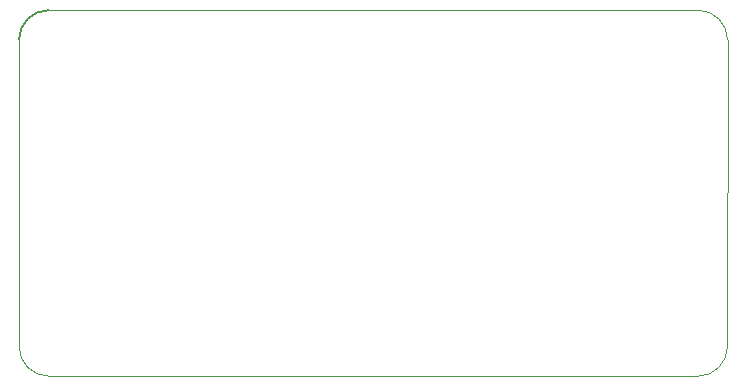
<source format=gbr>
%TF.GenerationSoftware,KiCad,Pcbnew,(6.0.0)*%
%TF.CreationDate,2022-02-23T07:46:14+01:00*%
%TF.ProjectId,4_Touch_Sensor_Board,345f546f-7563-4685-9f53-656e736f725f,rev?*%
%TF.SameCoordinates,Original*%
%TF.FileFunction,Profile,NP*%
%FSLAX46Y46*%
G04 Gerber Fmt 4.6, Leading zero omitted, Abs format (unit mm)*
G04 Created by KiCad (PCBNEW (6.0.0)) date 2022-02-23 07:46:14*
%MOMM*%
%LPD*%
G01*
G04 APERTURE LIST*
%TA.AperFunction,Profile*%
%ADD10C,0.100000*%
%TD*%
%TA.AperFunction,Profile*%
%ADD11C,0.200000*%
%TD*%
G04 APERTURE END LIST*
D10*
X137482233Y-80982233D02*
G75*
G03*
X139982233Y-78482233I0J2500000D01*
G01*
X140000000Y-52500000D02*
G75*
G03*
X137500000Y-50000000I-2500000J0D01*
G01*
X80017767Y-78482233D02*
G75*
G03*
X82517767Y-80982233I2500000J0D01*
G01*
X139982233Y-78482233D02*
X140000000Y-52500000D01*
D11*
X82500000Y-50000000D02*
G75*
G03*
X80000000Y-52500000I0J-2500000D01*
G01*
D10*
X82517767Y-80982233D02*
X137482233Y-80982233D01*
X80000000Y-52500000D02*
X80017767Y-78482233D01*
X137500000Y-50000000D02*
X82500000Y-50000000D01*
M02*

</source>
